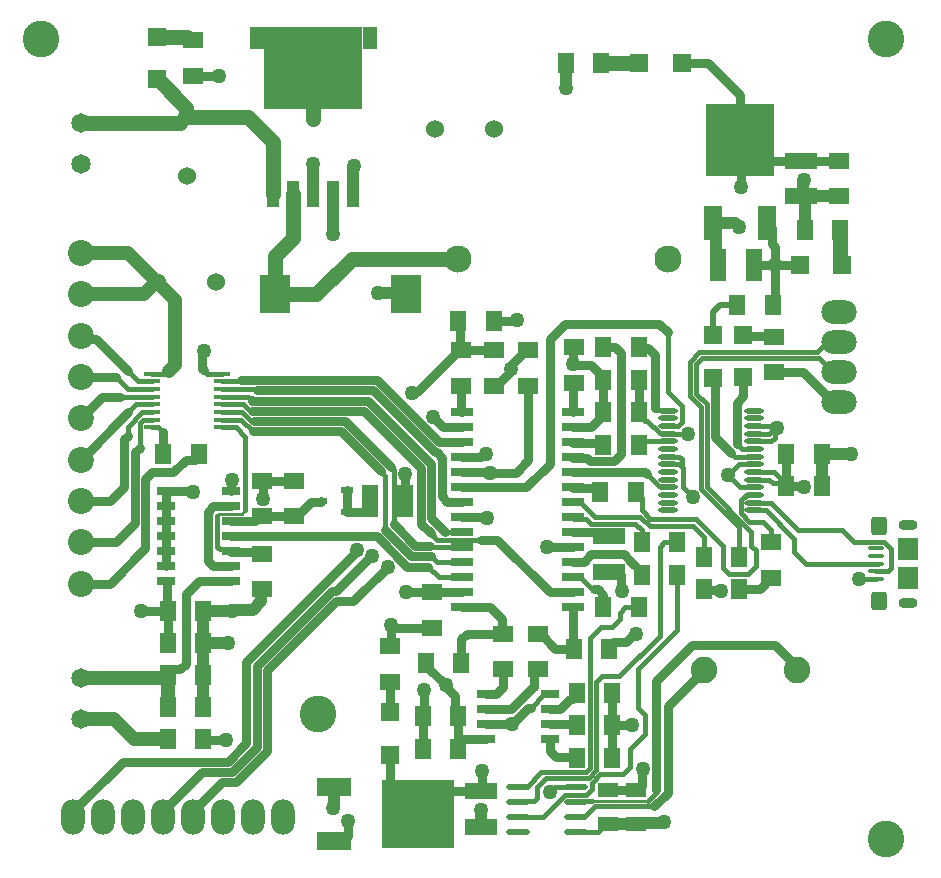
<source format=gtl>
G04*
G04 #@! TF.GenerationSoftware,Altium Limited,Altium Designer,21.1.1 (26)*
G04*
G04 Layer_Physical_Order=1*
G04 Layer_Color=255*
%FSLAX25Y25*%
%MOIN*%
G70*
G04*
G04 #@! TF.SameCoordinates,D135156B-8277-4391-89A8-FDCD94A43821*
G04*
G04*
G04 #@! TF.FilePolarity,Positive*
G04*
G01*
G75*
%ADD12C,0.01000*%
%ADD16C,0.02000*%
%ADD17R,0.06299X0.11811*%
%ADD18R,0.22835X0.24410*%
%ADD33R,0.24410X0.22835*%
%ADD34R,0.11811X0.06299*%
%ADD52R,0.05512X0.10630*%
%ADD53R,0.05906X0.06299*%
%ADD54R,0.07087X0.05512*%
%ADD55R,0.05512X0.07087*%
%ADD56R,0.10630X0.05512*%
%ADD57O,0.05315X0.01575*%
%ADD58R,0.07087X0.07480*%
G04:AMPARAMS|DCode=59|XSize=62.99mil|YSize=55.12mil|CornerRadius=13.78mil|HoleSize=0mil|Usage=FLASHONLY|Rotation=270.000|XOffset=0mil|YOffset=0mil|HoleType=Round|Shape=RoundedRectangle|*
%AMROUNDEDRECTD59*
21,1,0.06299,0.02756,0,0,270.0*
21,1,0.03543,0.05512,0,0,270.0*
1,1,0.02756,-0.01378,-0.01772*
1,1,0.02756,-0.01378,0.01772*
1,1,0.02756,0.01378,0.01772*
1,1,0.02756,0.01378,-0.01772*
%
%ADD59ROUNDEDRECTD59*%
%ADD60R,0.04134X0.02362*%
%ADD61R,0.04016X0.08504*%
%ADD62R,0.32795X0.27520*%
%ADD63R,0.04862X0.07520*%
%ADD64R,0.07284X0.02559*%
%ADD65R,0.07087X0.05118*%
%ADD66O,0.07795X0.02087*%
%ADD67R,0.06299X0.05906*%
%ADD68O,0.06496X0.01772*%
%ADD69R,0.06004X0.02559*%
%ADD70R,0.10236X0.12598*%
%ADD71R,0.06102X0.02756*%
%ADD72R,0.05807X0.01772*%
%ADD73C,0.05000*%
%ADD74C,0.01500*%
%ADD75C,0.03000*%
%ADD76C,0.04000*%
%ADD77C,0.04500*%
%ADD78O,0.11811X0.07874*%
%ADD79C,0.06496*%
%ADD80C,0.08858*%
%ADD81O,0.06299X0.03543*%
%ADD82C,0.06000*%
%ADD83C,0.08661*%
%ADD84C,0.12205*%
%ADD85O,0.07874X0.11811*%
%ADD86C,0.09055*%
%ADD87C,0.05000*%
D12*
X266289Y290501D02*
X267085Y291298D01*
X274467D01*
X275728Y292559D01*
X391379Y195740D02*
X410004D01*
D16*
X433996Y361063D02*
X439705D01*
X431732Y358799D02*
X433996Y361063D01*
X431732Y350925D02*
Y358799D01*
D17*
X449547Y388228D02*
D03*
X431555D02*
D03*
D18*
X440551Y416142D02*
D03*
D33*
X333366Y191378D02*
D03*
D34*
X305453Y200374D02*
D03*
Y182382D02*
D03*
D52*
X445217Y374449D02*
D03*
X433405D02*
D03*
X317264Y295709D02*
D03*
X329075D02*
D03*
D53*
X474744Y374449D02*
D03*
X460571D02*
D03*
X421201Y441772D02*
D03*
X407028D02*
D03*
D54*
X385177Y335079D02*
D03*
Y346890D02*
D03*
X370079Y345905D02*
D03*
Y334095D02*
D03*
X473563Y409094D02*
D03*
Y397284D02*
D03*
X347776Y334095D02*
D03*
Y345905D02*
D03*
X358602Y334095D02*
D03*
Y345905D02*
D03*
X451122Y281929D02*
D03*
Y270118D02*
D03*
X451909Y338622D02*
D03*
Y350433D02*
D03*
X337933Y265197D02*
D03*
Y253386D02*
D03*
X373366Y251417D02*
D03*
Y239606D02*
D03*
X361555Y251417D02*
D03*
Y239606D02*
D03*
X324016Y235433D02*
D03*
Y247244D02*
D03*
X258209Y449252D02*
D03*
Y437441D02*
D03*
X281437Y290591D02*
D03*
Y302402D02*
D03*
Y266181D02*
D03*
Y277992D02*
D03*
X292067Y290591D02*
D03*
Y302402D02*
D03*
D55*
X456043Y311457D02*
D03*
X467854D02*
D03*
X428484Y277008D02*
D03*
X440295D02*
D03*
X419626Y281929D02*
D03*
X407815D02*
D03*
X394035Y298661D02*
D03*
X405847D02*
D03*
X382618Y441772D02*
D03*
X394429D02*
D03*
X473957Y385866D02*
D03*
X462146D02*
D03*
X397972Y210079D02*
D03*
X386161D02*
D03*
X358602Y355748D02*
D03*
X346791D02*
D03*
X440295Y266181D02*
D03*
X428484D02*
D03*
X456043Y300630D02*
D03*
X467854D02*
D03*
X406831Y336063D02*
D03*
X395020D02*
D03*
X406831Y325236D02*
D03*
X395020D02*
D03*
Y260276D02*
D03*
X406831D02*
D03*
X407815Y271102D02*
D03*
X419626D02*
D03*
X439705Y361063D02*
D03*
X451516D02*
D03*
X406831Y346890D02*
D03*
X395020D02*
D03*
X406831Y314409D02*
D03*
X395020D02*
D03*
X346791Y213032D02*
D03*
X334980D02*
D03*
Y223858D02*
D03*
X346791D02*
D03*
X397972Y231732D02*
D03*
X386161D02*
D03*
X397972Y220905D02*
D03*
X386161D02*
D03*
X347776Y241575D02*
D03*
X335965D02*
D03*
X385177Y246496D02*
D03*
X396988D02*
D03*
X261752Y226972D02*
D03*
X249941D02*
D03*
Y259095D02*
D03*
X261752D02*
D03*
X249941Y248304D02*
D03*
X261752D02*
D03*
Y216181D02*
D03*
X249941D02*
D03*
Y237513D02*
D03*
X261752D02*
D03*
X260177Y311457D02*
D03*
X248366D02*
D03*
D56*
X396988Y283898D02*
D03*
Y272087D02*
D03*
X460965Y409094D02*
D03*
Y397284D02*
D03*
X354272Y198858D02*
D03*
Y187047D02*
D03*
D57*
X486122Y277362D02*
D03*
Y279921D02*
D03*
Y269685D02*
D03*
Y272244D02*
D03*
Y274803D02*
D03*
D58*
X496654Y270079D02*
D03*
Y279528D02*
D03*
D59*
X487008Y262205D02*
D03*
Y287402D02*
D03*
D60*
X301122Y295709D02*
D03*
X309784Y299449D02*
D03*
Y291968D02*
D03*
D61*
X284980Y398071D02*
D03*
X291673D02*
D03*
X298366D02*
D03*
X305059D02*
D03*
X311752D02*
D03*
D62*
X298366Y440098D02*
D03*
D63*
X317195Y450098D02*
D03*
X279537D02*
D03*
D64*
X348071Y325256D02*
D03*
Y320256D02*
D03*
Y315256D02*
D03*
Y310256D02*
D03*
Y305256D02*
D03*
Y300256D02*
D03*
Y295256D02*
D03*
Y290256D02*
D03*
Y285256D02*
D03*
Y280256D02*
D03*
Y275256D02*
D03*
Y270256D02*
D03*
Y265256D02*
D03*
Y260256D02*
D03*
X384882D02*
D03*
Y265256D02*
D03*
Y270256D02*
D03*
Y275256D02*
D03*
Y280256D02*
D03*
Y285256D02*
D03*
Y290256D02*
D03*
Y295256D02*
D03*
Y300256D02*
D03*
Y305256D02*
D03*
Y310256D02*
D03*
Y315256D02*
D03*
Y320256D02*
D03*
Y325256D02*
D03*
D65*
X405847Y188031D02*
D03*
Y199449D02*
D03*
X396693Y187933D02*
D03*
Y199350D02*
D03*
D66*
X386024Y185453D02*
D03*
Y190453D02*
D03*
Y195453D02*
D03*
Y200453D02*
D03*
X366614Y185453D02*
D03*
Y190453D02*
D03*
Y195453D02*
D03*
Y200453D02*
D03*
D67*
X441772Y351024D02*
D03*
Y336850D02*
D03*
X431732Y350925D02*
D03*
Y336752D02*
D03*
X324016Y225197D02*
D03*
Y211024D02*
D03*
X246398Y436260D02*
D03*
Y450433D02*
D03*
D68*
X445217Y292559D02*
D03*
Y295118D02*
D03*
Y297677D02*
D03*
Y300236D02*
D03*
Y302795D02*
D03*
Y305354D02*
D03*
Y307913D02*
D03*
Y310472D02*
D03*
Y313032D02*
D03*
Y315591D02*
D03*
Y318150D02*
D03*
Y320709D02*
D03*
Y323268D02*
D03*
Y325827D02*
D03*
X416673Y292559D02*
D03*
Y295118D02*
D03*
Y297677D02*
D03*
Y300236D02*
D03*
Y302795D02*
D03*
Y305354D02*
D03*
Y307913D02*
D03*
Y310472D02*
D03*
Y313032D02*
D03*
Y315591D02*
D03*
Y318150D02*
D03*
Y320709D02*
D03*
Y323268D02*
D03*
Y325827D02*
D03*
D69*
X377153Y216358D02*
D03*
Y221358D02*
D03*
Y226358D02*
D03*
Y231358D02*
D03*
X355799D02*
D03*
Y226358D02*
D03*
Y221358D02*
D03*
Y216358D02*
D03*
D70*
X329272Y364606D02*
D03*
X285571D02*
D03*
D71*
X249449Y268898D02*
D03*
Y273898D02*
D03*
Y278898D02*
D03*
Y283898D02*
D03*
Y288898D02*
D03*
Y293898D02*
D03*
Y298898D02*
D03*
X270905D02*
D03*
Y293898D02*
D03*
Y288898D02*
D03*
Y283898D02*
D03*
Y278898D02*
D03*
Y273898D02*
D03*
Y268898D02*
D03*
D72*
X267807Y320216D02*
D03*
Y322776D02*
D03*
Y325335D02*
D03*
Y327894D02*
D03*
Y330453D02*
D03*
Y333012D02*
D03*
Y335571D02*
D03*
Y338130D02*
D03*
X244673D02*
D03*
Y335571D02*
D03*
Y333012D02*
D03*
Y330453D02*
D03*
Y327894D02*
D03*
Y325335D02*
D03*
Y322776D02*
D03*
Y320216D02*
D03*
D73*
X298425Y422835D02*
Y440039D01*
X298366Y440098D02*
X298425Y440039D01*
X473957Y375433D02*
X474744Y374646D01*
Y374449D02*
Y374646D01*
X473957Y375433D02*
Y385866D01*
X394429Y441772D02*
X407028D01*
X285571Y364606D02*
X299350D01*
X311161Y376417D02*
X346791D01*
X299350Y364606D02*
X311161Y376417D01*
X285571Y364606D02*
Y377205D01*
X291673Y383307D01*
Y398071D01*
X256240Y450433D02*
X257421Y449252D01*
X258209D01*
X246398Y450433D02*
X256240D01*
X246595Y436260D02*
X256049Y426805D01*
Y423853D02*
Y426805D01*
Y423853D02*
X256240Y423661D01*
X246398Y436260D02*
X246595D01*
X284980Y398071D02*
Y415394D01*
X276713Y423661D02*
X284980Y415394D01*
X256240Y423661D02*
X276713D01*
X220807Y421693D02*
X254001D01*
D74*
X486136Y272258D02*
X489975D01*
X486122Y272244D02*
X486136Y272258D01*
X490945Y273228D02*
Y279708D01*
X489975Y272258D02*
X490945Y273228D01*
X488724Y281929D02*
X490945Y279708D01*
X478646Y281929D02*
X488724D01*
X474709Y285866D02*
X478646Y281929D01*
X458602Y278799D02*
Y283110D01*
X462598Y274803D02*
X486604D01*
X458602Y278799D02*
X462598Y274803D01*
X449154Y292559D02*
X458602Y283110D01*
X424016Y330709D02*
X427628Y327097D01*
Y299533D02*
X440295Y286865D01*
X427628Y299533D02*
Y327097D01*
X429528Y300320D02*
X444429Y285418D01*
X425916Y331496D02*
X429528Y327884D01*
Y300320D02*
Y327884D01*
X425916Y331496D02*
Y341339D01*
X427893Y343317D02*
X467018D01*
X425916Y341339D02*
X427893Y343317D01*
X424016Y330709D02*
Y342126D01*
X427106Y345216D02*
X466346D01*
X424016Y342126D02*
X427106Y345216D01*
X423209Y318130D02*
X423228Y318110D01*
X416673Y318150D02*
X416693Y318130D01*
X423209D01*
X413865Y318202D02*
X416621D01*
X406831Y324449D02*
X408837Y322443D01*
X416621Y318202D02*
X416673Y318150D01*
X409624Y322443D02*
X413865Y318202D01*
X408837Y322443D02*
X409624D01*
X406831Y324449D02*
Y325236D01*
X480202Y269671D02*
X486108D01*
X486122Y269685D01*
X480177Y269646D02*
X480202Y269671D01*
X393228Y185453D02*
X395709Y187933D01*
X386024Y185453D02*
X393228D01*
X395709Y187933D02*
X396693D01*
X377165Y198819D02*
X378799Y200453D01*
X386024D01*
X375926Y203485D02*
X390181D01*
X372835Y200394D02*
X375926Y203485D01*
X372835Y196602D02*
Y200394D01*
X366614Y195453D02*
X366726Y195565D01*
X369995D02*
X370154Y195724D01*
X371956D02*
X372835Y196602D01*
X370154Y195724D02*
X371956D01*
X366726Y195565D02*
X369995D01*
X401575Y204724D02*
X403937Y207087D01*
X394107Y204724D02*
X401575D01*
X391164Y201782D02*
X394107Y204724D01*
X403937Y212992D02*
X409055Y218110D01*
X406693Y226772D02*
X409055Y224410D01*
Y218110D02*
Y224410D01*
X406693Y226772D02*
Y239764D01*
X403937Y207087D02*
Y212992D01*
X406693Y239764D02*
X419626Y252697D01*
X261811Y339370D02*
X263051Y338130D01*
X267807D01*
X370866Y226772D02*
Y226793D01*
X375431Y231358D01*
X377153D01*
X424803Y296850D02*
Y297427D01*
X421733Y300497D02*
Y306614D01*
Y300497D02*
X424803Y297427D01*
X420381Y310420D02*
X421259Y309542D01*
Y307087D02*
Y309542D01*
X416725Y310420D02*
X420381D01*
X416673Y310472D02*
X416725Y310420D01*
X421259Y307087D02*
X421733Y306614D01*
X420485Y307861D02*
X421259Y307087D01*
X416673Y307913D02*
X416725Y307861D01*
X420485D01*
X440657Y300288D02*
X445165D01*
X436614Y304331D02*
X440657Y300288D01*
X445165D02*
X445217Y300236D01*
X440197Y307913D02*
X445217D01*
X436614Y304331D02*
X440197Y307913D01*
X455098Y301575D02*
X456043Y300630D01*
X451575Y301575D02*
X455098D01*
X445217Y302795D02*
X450354D01*
X451575Y301575D01*
X452106Y305354D02*
X456043Y301417D01*
X445217Y305354D02*
X452106D01*
X452152Y316653D02*
Y319423D01*
X445217Y315591D02*
X451090D01*
X452152Y319423D02*
X452822Y320092D01*
X451090Y315591D02*
X452152Y316653D01*
X450326Y318150D02*
X452269Y320092D01*
X445217Y318150D02*
X450326D01*
X452269Y320092D02*
X452822D01*
X452205Y320709D02*
X452822Y320092D01*
X445217Y320709D02*
X452205D01*
X407815Y281929D02*
Y285866D01*
X466346Y345216D02*
X469870Y348740D01*
X467018Y343317D02*
X471594Y338740D01*
X473563D01*
X469870Y348740D02*
X473563D01*
X440295Y277008D02*
Y286865D01*
X410768Y289803D02*
X425827D01*
X434833Y280797D01*
Y273415D02*
Y280797D01*
X443715Y288819D02*
X448169D01*
X440819Y291716D02*
X443715Y288819D01*
X444429Y280748D02*
Y285418D01*
X440819Y295961D02*
X442011Y297154D01*
X440819Y291716D02*
Y295961D01*
X442011Y297154D02*
X442258D01*
X442781Y297677D02*
X445217D01*
X442258Y297154D02*
X442781Y297677D01*
X444429Y280748D02*
X446004Y279173D01*
X443347Y271398D02*
X446004Y274055D01*
Y279173D01*
X436850Y271398D02*
X443347D01*
X434833Y273415D02*
X436850Y271398D01*
X410498Y287172D02*
X425112D01*
X428484Y277008D02*
Y283799D01*
X425112Y287172D02*
X428484Y283799D01*
X437638Y311653D02*
X438819Y310472D01*
X439508Y314803D02*
X441227Y313084D01*
X445165D01*
X445217Y313032D01*
X438819Y310472D02*
X445217D01*
X416526Y351959D02*
X416673Y351811D01*
Y331929D02*
Y351811D01*
X421201Y321935D02*
Y327402D01*
X416673Y331929D02*
X421201Y327402D01*
X420027Y320761D02*
X421201Y321935D01*
X416725Y320761D02*
X420027D01*
X416673Y320709D02*
X416725Y320761D01*
X406831Y345905D02*
X407421Y346496D01*
X412441Y326758D02*
X413320Y325879D01*
X416621D01*
X416673Y325827D01*
X419626Y252697D02*
Y271102D01*
X392687Y205992D02*
Y235404D01*
X390787Y206779D02*
Y250138D01*
X390181Y203485D02*
X392687Y205992D01*
X389394Y205385D02*
X390787Y206779D01*
X392687Y235404D02*
X394528Y237244D01*
X374401Y205385D02*
X389394D01*
X390787Y250138D02*
X394232Y253583D01*
X415394Y281929D02*
X419626D01*
X413819Y280354D02*
X415394Y281929D01*
X407332Y290338D02*
X410498Y287172D01*
X407852Y292719D02*
X410768Y289803D01*
X405847Y298661D02*
X407852Y296656D01*
Y292719D02*
Y296656D01*
X400236Y237244D02*
X413819Y250827D01*
Y280354D01*
X394528Y237244D02*
X400236D01*
X400531Y258405D02*
X402402Y260276D01*
X406831D01*
X400531Y256240D02*
Y258405D01*
X397874Y253583D02*
X400531Y256240D01*
X394232Y253583D02*
X397874D01*
X389173Y197646D02*
X391164Y199637D01*
X382261Y197646D02*
X389173D01*
X391164Y199637D02*
Y201782D01*
X375067Y190453D02*
X382261Y197646D01*
X366614Y190453D02*
X375067D01*
X369468Y200453D02*
X374401Y205385D01*
X366614Y200453D02*
X369468D01*
X267167Y279526D02*
X270278D01*
X266289Y280404D02*
Y290501D01*
Y280404D02*
X267167Y279526D01*
X270278D02*
X270905Y278898D01*
X274350Y322776D02*
X278189Y318937D01*
X277266Y325737D02*
X277824D01*
X275109Y327894D02*
X277266Y325737D01*
X267807Y325335D02*
X274478D01*
X277476Y322337D01*
X278537D01*
X267807Y322776D02*
X274350D01*
X267807Y327894D02*
X275109D01*
X275728Y292559D02*
Y316968D01*
X272480Y320216D02*
X275728Y316968D01*
X267807Y320216D02*
X272480D01*
X336752Y273661D02*
X340158Y270256D01*
X348071D01*
X410004Y195740D02*
X412694Y198430D01*
Y199491D01*
X388779Y190453D02*
X392166Y193840D01*
X386136Y195565D02*
X391205D01*
X386024Y195453D02*
X386136Y195565D01*
X391205D02*
X391379Y195740D01*
X392166Y193840D02*
X411852D01*
X386024Y190453D02*
X388779D01*
X445217Y292559D02*
X449154D01*
X445217Y292559D02*
X445217Y292559D01*
X448169Y288819D02*
X451122Y285866D01*
X450864Y295118D02*
X460115Y285866D01*
X474709D01*
X445217Y295118D02*
X450864D01*
X276530Y330453D02*
X277810Y329173D01*
X267807Y330453D02*
X276530D01*
X279085Y332921D02*
X279468Y332537D01*
X272761Y332921D02*
X279085D01*
X339685Y275256D02*
X348071D01*
X337736Y277205D02*
X339685Y275256D01*
X325159Y287898D02*
Y306066D01*
Y287898D02*
X325180Y287877D01*
X324224Y307000D02*
X325159Y306066D01*
X337343Y280748D02*
X337835Y280256D01*
X348071D01*
X339705Y282716D02*
X354272D01*
X337581Y284840D02*
X339705Y282716D01*
X322382Y285866D02*
Y303976D01*
X320836Y305522D02*
Y305580D01*
Y305522D02*
X322382Y303976D01*
X342147Y285476D02*
X347850D01*
X348071Y285256D01*
X267807Y333012D02*
X272670D01*
X272761Y332921D01*
X267807Y335571D02*
X273858D01*
X451122Y281929D02*
Y285866D01*
X392162Y290338D02*
X407332D01*
X387244Y295256D02*
X392162Y290338D01*
X384882Y295256D02*
X387244D01*
X405775Y287906D02*
X407815Y285866D01*
X391011Y287906D02*
X405775D01*
X389191Y289726D02*
X391011Y287906D01*
X385411Y289726D02*
X389191D01*
X384882Y290256D02*
X385411Y289726D01*
X384882Y270256D02*
X387244D01*
X391319Y266181D01*
X392067D01*
X413714Y300760D02*
X414237Y300236D01*
X413468Y300760D02*
X413714D01*
X409660Y304567D02*
X413468Y300760D01*
X414237Y300236D02*
X416673D01*
X408012Y315591D02*
X416673D01*
X406831Y314409D02*
X408012Y315591D01*
X244673Y320216D02*
X246691D01*
X248366Y318541D01*
X249449Y338130D02*
X250335Y339016D01*
X244673Y338130D02*
X249449D01*
X240000Y335571D02*
X244673D01*
X236555Y339016D02*
X240000Y335571D01*
X232618Y337047D02*
X236653Y333012D01*
X244673D01*
X233898Y330453D02*
X244673D01*
X236555Y325236D02*
X239213Y327894D01*
X244673D01*
X240492Y313425D02*
Y321593D01*
X241539Y322640D01*
X244537D01*
X236555Y317362D02*
Y320484D01*
X244537Y325199D02*
X244673Y325335D01*
X236555Y320484D02*
X241270Y325199D01*
X244537D01*
Y322640D02*
X244673Y322776D01*
D75*
X305881Y262209D02*
X311717D01*
X323169Y273661D01*
X282960Y239288D02*
X305881Y262209D01*
X428701Y265965D02*
X434035D01*
X434252Y265748D01*
X428484Y266181D02*
X428701Y265965D01*
X440551Y416142D02*
Y431102D01*
X421201Y441772D02*
X429882D01*
X440551Y431102D01*
X324016Y225197D02*
Y235433D01*
X406831Y325236D02*
Y336063D01*
X358681Y355827D02*
X366063D01*
X358602Y355748D02*
X358681Y355827D01*
X366063D02*
X366142Y355906D01*
X364556Y340146D02*
Y341170D01*
X364173Y339764D02*
X364556Y340146D01*
X369291Y345905D02*
X370079D01*
X364556Y341170D02*
X369291Y345905D01*
X359390Y334095D02*
X363791Y338495D01*
Y339381D02*
X364173Y339764D01*
X358602Y334095D02*
X359390D01*
X363791Y338495D02*
Y339381D01*
X440945Y415748D02*
X447598Y409094D01*
X440551Y416142D02*
X440945Y415748D01*
Y400394D02*
Y415748D01*
X451197Y381480D02*
Y386579D01*
Y381480D02*
X452362Y380315D01*
X449547Y388228D02*
X451197Y386579D01*
X452362Y374410D02*
Y380315D01*
X452382Y374429D02*
X460551D01*
X452362Y374410D02*
X452382Y374429D01*
X460551D02*
X460571Y374449D01*
X451516Y361063D02*
X452362Y361909D01*
Y374410D01*
X452323Y374449D02*
X452362Y374410D01*
X445217Y374449D02*
X452323D01*
X461713Y338622D02*
X471594Y328740D01*
X451909Y338622D02*
X461713D01*
X471594Y328740D02*
X473563D01*
X456043Y301417D02*
Y311457D01*
Y300630D02*
Y301417D01*
X461693Y300512D02*
X461811Y300394D01*
X456043Y300630D02*
X456161Y300512D01*
X461693D01*
X346791Y216929D02*
Y223858D01*
X347362Y216358D02*
X355799D01*
X346791Y216929D02*
X347362Y216358D01*
X345535Y225114D02*
Y230695D01*
X342520Y233711D02*
X345535Y230695D01*
X342520Y233711D02*
Y234252D01*
X345535Y225114D02*
X346791Y223858D01*
X342500Y234252D02*
X342520D01*
X335965Y240787D02*
Y241575D01*
Y240787D02*
X342500Y234252D01*
X337854Y265276D02*
X337933Y265197D01*
X329213Y265276D02*
X337854D01*
X329134Y265354D02*
X329213Y265276D01*
X396988Y247284D02*
X398244Y248539D01*
X402723D01*
X405364Y251181D01*
X396988Y246496D02*
Y247284D01*
X405364Y251181D02*
X405905D01*
X396742Y199400D02*
X405797D01*
X396693Y199350D02*
X396742Y199400D01*
X405797D02*
X405847Y199449D01*
X406752D01*
X407812Y200508D01*
Y205917D01*
X408194Y206299D01*
X354272Y198858D02*
X354724Y199311D01*
Y205512D01*
X305453Y182382D02*
X308193D01*
X309842Y184031D01*
Y188976D01*
X261772Y216161D02*
X269272D01*
X269291Y216142D01*
X261752Y216181D02*
X261772Y216161D01*
X240945Y259055D02*
X240984Y259095D01*
X249941D01*
X261417Y345276D02*
X261811Y345669D01*
X261417Y339764D02*
Y345276D01*
Y339764D02*
X261811Y339370D01*
X324016Y200728D02*
X333366Y191378D01*
X324016Y200728D02*
Y211024D01*
X364567Y221260D02*
X370079Y226772D01*
X370866D01*
X364469Y221358D02*
X364567Y221260D01*
X355799Y221358D02*
X364469D01*
X325896Y253386D02*
X337933D01*
X324951Y254331D02*
X325896Y253386D01*
X324410Y254331D02*
X324951D01*
X324213Y254134D02*
X324410Y254331D01*
X324016Y247244D02*
X324213Y247441D01*
Y254134D01*
X335207Y224085D02*
Y232451D01*
X334980Y223858D02*
X335207Y224085D01*
Y232451D02*
X335433Y232677D01*
X334980Y213032D02*
Y223858D01*
X397992Y220886D02*
X404537D01*
X397972Y220905D02*
X397992Y220886D01*
X404537D02*
X404557Y220866D01*
X397972Y220905D02*
Y231732D01*
Y210079D02*
Y220905D01*
X281467Y296376D02*
Y302372D01*
Y296376D02*
X281496Y296346D01*
X281437Y302402D02*
X281467Y302372D01*
X281437Y302402D02*
X292067D01*
X356201Y290256D02*
X356299Y290158D01*
X348071Y290256D02*
X356201D01*
X399547Y272087D02*
X400803Y270831D01*
Y266126D02*
Y270831D01*
Y266126D02*
X401181Y265748D01*
X396988Y272087D02*
X399547D01*
X376408Y280285D02*
X384852D01*
X376378Y280315D02*
X376408Y280285D01*
X384852D02*
X384882Y280256D01*
X390914Y340956D02*
X395020Y336850D01*
X385039Y341339D02*
X385422Y340956D01*
X395020Y336063D02*
Y336850D01*
X385422Y340956D02*
X390914D01*
X385108Y341407D02*
Y346821D01*
X385039Y341339D02*
X385108Y341407D01*
Y346821D02*
X385177Y346890D01*
X385030Y334931D02*
X385177Y335079D01*
X384882Y325256D02*
X385030Y325404D01*
Y334931D01*
X395020Y325236D02*
Y336063D01*
X385102Y320476D02*
X391047D01*
X395020Y324449D01*
Y325236D01*
X384882Y320256D02*
X385102Y320476D01*
X249449Y293898D02*
Y298898D01*
Y288898D02*
Y293898D01*
Y283898D02*
Y288898D01*
Y278898D02*
Y283898D01*
Y273898D02*
Y278898D01*
X249488Y298858D02*
X258228D01*
X258268Y298819D01*
X249449Y298898D02*
X249488Y298858D01*
X270905Y302402D02*
X271260Y302756D01*
X270905Y298898D02*
Y302402D01*
X266890Y437441D02*
X266929Y437402D01*
X258209Y437441D02*
X266890D01*
X447598Y409094D02*
X460965D01*
X357421Y305157D02*
X365959D01*
X370079Y309277D02*
Y334095D01*
X365959Y305157D02*
X370079Y309277D01*
X377165Y349705D02*
X382224Y354764D01*
X377165Y308155D02*
Y349705D01*
X369266Y300256D02*
X377165Y308155D01*
X348071Y310256D02*
X348291Y310476D01*
X338162Y323694D02*
X341600Y320256D01*
X348120Y305207D02*
X357372D01*
X348071Y305256D02*
X348120Y305207D01*
X348291Y310476D02*
X354325D01*
X355305Y311457D02*
X355847D01*
X354325Y310476D02*
X355305Y311457D01*
X357372Y305207D02*
X357421Y305157D01*
X341600Y320256D02*
X348071D01*
X333366Y191378D02*
X340846Y198858D01*
X354272D01*
X460965Y409094D02*
X473563D01*
X305915Y265609D02*
X317786Y277481D01*
X318088D01*
X304473Y265609D02*
X305915D01*
X279560Y213713D02*
Y240696D01*
X304473Y265609D01*
X329047Y304758D02*
X329075Y304730D01*
Y295709D02*
Y304730D01*
X333001Y331918D02*
X346988Y345905D01*
X331820Y331918D02*
X333001D01*
X331437Y331535D02*
X331820Y331918D01*
X346988Y345905D02*
X347776D01*
X312933Y278878D02*
Y279398D01*
X276122Y242067D02*
X312933Y278878D01*
X315330Y325737D02*
X334336Y306731D01*
X277824Y325737D02*
X315330D01*
X334336Y288001D02*
Y306731D01*
X277846Y329137D02*
X316739D01*
X337736Y289887D02*
Y308139D01*
X316739Y329137D02*
X337736Y308139D01*
X318147Y332537D02*
X338828Y311856D01*
X339522D02*
X341280Y310099D01*
X279468Y332537D02*
X318147D01*
X341280Y297234D02*
Y310099D01*
X338828Y311856D02*
X339522D01*
X340236Y315256D02*
X348071D01*
X319555Y335937D02*
X340236Y315256D01*
X274224Y335937D02*
X319555D01*
X268042Y201999D02*
X272654D01*
X282960Y212305D02*
Y239288D01*
X258209Y192165D02*
X268042Y201999D01*
X272654D02*
X282960Y212305D01*
X258209Y190197D02*
Y192165D01*
X271246Y205399D02*
X279560Y213713D01*
X269837Y208799D02*
X276122Y215084D01*
Y242067D01*
X234842Y208799D02*
X269837D01*
X218209Y192165D02*
X234842Y208799D01*
X261442Y205399D02*
X271246D01*
X248209Y190197D02*
Y192165D01*
X261442Y205399D01*
X218209Y190197D02*
Y192165D01*
X451614Y350728D02*
X451909Y350433D01*
X441772Y351024D02*
X442067Y350728D01*
X451614D01*
X439508Y314803D02*
Y328287D01*
X432421Y316870D02*
X437638Y311653D01*
X432421Y316870D02*
Y336063D01*
X431732Y336752D02*
X432421Y336063D01*
X441772Y330551D02*
Y336850D01*
X439508Y328287D02*
X441772Y330551D01*
X410079Y346791D02*
X412441Y344429D01*
X406929Y346791D02*
X410079D01*
X406831Y346890D02*
X406929Y346791D01*
X412441Y326758D02*
Y344429D01*
X413721Y354764D02*
X416526Y351959D01*
X452303Y247677D02*
X453483Y246497D01*
X412694Y235627D02*
X424744Y247677D01*
X459587Y239213D02*
Y240394D01*
X424744Y247677D02*
X452303D01*
X453483Y246497D02*
X459587Y240394D01*
X374153Y251417D02*
X379075Y246496D01*
X385030Y246644D02*
Y260108D01*
X379075Y246496D02*
X385177D01*
X385177Y246496D01*
X373366Y251417D02*
X374153D01*
X379272Y210374D02*
X385866D01*
X377181Y216358D02*
X377402Y216138D01*
X385866Y210374D02*
X386161Y210079D01*
X377402Y212244D02*
Y216138D01*
X377153Y216358D02*
X377181D01*
X377402Y212244D02*
X379272Y210374D01*
X263327Y275777D02*
Y292140D01*
Y275777D02*
X265084Y274020D01*
X263327Y292140D02*
X265084Y293898D01*
Y274020D02*
X270783D01*
X265084Y293898D02*
X270905D01*
X307479Y318937D02*
X320836Y305580D01*
X278189Y318937D02*
X307479D01*
X277824Y325737D02*
X277824Y325737D01*
X278537Y322337D02*
X308888D01*
X270783Y274020D02*
X270905Y273898D01*
Y288898D02*
X278957D01*
X280650Y290591D02*
X281437D01*
X292067D01*
X278957Y288898D02*
X280650Y290591D01*
X319542Y283898D02*
X329778Y273661D01*
X336752D01*
X322382Y285866D02*
X331043Y277205D01*
X337736D01*
X348041Y265226D02*
X348071Y265256D01*
X337933Y265197D02*
X337963Y265226D01*
X348041D01*
X361457Y251319D02*
X361555Y251417D01*
X349533Y251319D02*
X361457D01*
X347776Y249562D02*
X349533Y251319D01*
X347776Y241575D02*
Y249562D01*
X361260Y251713D02*
X361555Y251417D01*
X361260Y251713D02*
Y256437D01*
X348071Y260256D02*
X357441D01*
X361260Y256437D01*
X377193Y221398D02*
X385669D01*
X377153Y221358D02*
X377193Y221398D01*
X385669D02*
X386161Y220905D01*
X383921Y229689D02*
X384906D01*
X377153Y226358D02*
X380591D01*
X383921Y229689D01*
X386161Y230945D02*
Y231732D01*
X384906Y229689D02*
X386161Y230945D01*
X347996Y325256D02*
X348071D01*
X347776Y325476D02*
Y334095D01*
Y325476D02*
X347996Y325256D01*
X347776Y345905D02*
X358602D01*
X347284Y346398D02*
Y355256D01*
Y346398D02*
X347776Y345905D01*
X346791Y355748D02*
X347284Y355256D01*
X441083Y351024D02*
X441181Y350925D01*
X371890Y238350D02*
X373146Y239606D01*
X373366D01*
X371890Y233701D02*
Y238350D01*
X371791Y233701D02*
X371890D01*
X364449Y226358D02*
X371791Y233701D01*
X355799Y226358D02*
X364449D01*
X361555Y233799D02*
Y239606D01*
X359193Y231437D02*
X361555Y233799D01*
X355878Y231437D02*
X359193D01*
X355799Y231358D02*
X355878Y231437D01*
X416476Y227205D02*
X428484Y239213D01*
X412694Y199491D02*
Y235627D01*
X411852Y193840D02*
X416476Y198465D01*
Y227205D01*
X308888Y322337D02*
X324224Y307000D01*
X277810Y329173D02*
X277846Y329137D01*
X332308Y280748D02*
X337343D01*
X325180Y287877D02*
X332308Y280748D01*
X377244Y265256D02*
X384882D01*
X359784Y282716D02*
X377244Y265256D01*
X354272Y282716D02*
X359784D01*
X337736Y289887D02*
X342147Y285476D01*
X334336Y288001D02*
X337497Y284840D01*
X337497Y284840D02*
X337581D01*
X341280Y297234D02*
X343037Y295476D01*
X347850D01*
X348071Y295256D01*
Y300256D02*
X369266D01*
X382224Y354764D02*
X413721D01*
X449079Y268075D02*
Y268862D01*
X440295Y266181D02*
X447185D01*
X450335Y270118D02*
X451122D01*
X449079Y268862D02*
X450335Y270118D01*
X447185Y266181D02*
X449079Y268075D01*
X395020Y346890D02*
X398957D01*
X400925Y344921D01*
Y311329D02*
Y344921D01*
X394035Y298661D02*
Y298780D01*
Y297874D02*
Y298661D01*
X385102Y300036D02*
X392779D01*
X394035Y298780D01*
X384882Y300256D02*
X385102Y300036D01*
X406559Y283185D02*
X407815Y281929D01*
X394429Y283898D02*
X396988D01*
X393071Y285256D02*
X394429Y283898D01*
X384882Y285256D02*
X393071D01*
X404438Y275267D02*
X407815Y271890D01*
X404438Y275267D02*
Y275395D01*
X407815Y271102D02*
Y271890D01*
X401840Y277992D02*
X404438Y275395D01*
X391083Y277992D02*
X401840D01*
X388567Y275476D02*
X391083Y277992D01*
X384882Y275256D02*
X385102Y275476D01*
X388567D01*
X395020Y260276D02*
X395020Y260276D01*
X395020Y260276D02*
Y264424D01*
X393262Y266181D02*
X395020Y264424D01*
X392067Y266181D02*
X393262D01*
X384882Y260256D02*
X385030Y260108D01*
Y246644D02*
X385177Y246496D01*
X406831Y272087D02*
X407815Y271102D01*
X384882Y305256D02*
X408971D01*
X409660Y304567D01*
X385102Y315036D02*
X394394D01*
X395020Y314409D01*
X384882Y315256D02*
X385102Y315036D01*
X390620Y308966D02*
X398563D01*
X400925Y311329D01*
X389551Y310035D02*
X390620Y308966D01*
X384882Y310256D02*
X385102Y310035D01*
X389551D01*
X270905Y283898D02*
X319542D01*
X309784Y291968D02*
Y299449D01*
X316008Y291968D02*
X317264Y293224D01*
X309784Y291968D02*
X316008D01*
X317264Y293224D02*
Y295709D01*
X297654Y295390D02*
X300803D01*
X301122Y295709D01*
X292067Y290591D02*
X292854D01*
X297654Y295390D01*
X271028Y278776D02*
X280654D01*
X281437Y277992D01*
X270905Y278898D02*
X271028Y278776D01*
X249941Y238300D02*
X251197Y239556D01*
X254089D01*
X255847Y241313D01*
Y264606D02*
X260138Y268898D01*
X255847Y241313D02*
Y264606D01*
X249941Y237513D02*
Y238300D01*
X260138Y268898D02*
X270905D01*
X249941Y248304D02*
Y259095D01*
X249573Y268898D02*
X249695Y268776D01*
Y259341D02*
Y268776D01*
Y259341D02*
X249941Y259095D01*
X249449Y268898D02*
X249573D01*
X251656Y305194D02*
X255875Y309413D01*
X258921D02*
X260177Y310669D01*
X244550Y305194D02*
X251656D01*
X255875Y309413D02*
X258921D01*
X220807Y268150D02*
X230650D01*
X238929Y288240D02*
Y311862D01*
X232618Y281929D02*
X238929Y288240D01*
X242429Y279929D02*
Y303073D01*
X238929Y311862D02*
X240492Y313425D01*
X230650Y268150D02*
X242429Y279929D01*
X235429Y316236D02*
X236555Y317362D01*
X230650Y295709D02*
X235429Y300488D01*
Y316236D01*
X260177Y310669D02*
Y311457D01*
X242429Y303073D02*
X244550Y305194D01*
X220807Y281929D02*
X232618D01*
X220807Y295709D02*
X230650D01*
X248366Y311457D02*
Y318541D01*
X221890Y349744D02*
X225827D01*
X220807Y350827D02*
X221890Y349744D01*
X225827D02*
X236555Y339016D01*
X220807Y337047D02*
X232618D01*
X220807Y323268D02*
X227992Y330453D01*
X233898D01*
X220807Y309488D02*
X236555Y325236D01*
D76*
X328917Y364961D02*
X329272Y364606D01*
X320079Y364961D02*
X328917D01*
X305059Y398071D02*
X305067Y398063D01*
Y384697D02*
Y398063D01*
Y384697D02*
X305118Y384646D01*
X271260Y259055D02*
X271451Y259246D01*
X278144D01*
X281102Y262205D01*
Y265846D01*
X281437Y266181D01*
X261752Y259095D02*
X261772Y259075D01*
X271240D01*
X271260Y259055D01*
X460965Y397284D02*
X461620Y397939D01*
Y402565D01*
X461811Y402756D01*
X461390Y397284D02*
X473563D01*
X462146Y385866D02*
Y396528D01*
X461390Y397284D02*
X462146Y396528D01*
X460965Y397284D02*
X461390D01*
X439106Y388228D02*
X440295Y387039D01*
X431555Y388228D02*
X439106D01*
X432650Y375205D02*
Y387134D01*
X431555Y388228D02*
X432650Y387134D01*
Y375205D02*
X433405Y374449D01*
X477520Y311457D02*
X477559Y311417D01*
X467854Y311457D02*
X477520D01*
X467854Y300630D02*
Y311457D01*
X405847Y188031D02*
X406206Y188391D01*
X415163D01*
X415354Y188583D01*
X396693Y187933D02*
X396742Y187982D01*
X405797D01*
X405847Y188031D01*
X354301Y187077D02*
Y192490D01*
X354272Y187047D02*
X354301Y187077D01*
Y192490D02*
X354331Y192520D01*
X305285Y193474D02*
Y200207D01*
X305118Y193307D02*
X305285Y193474D01*
Y200207D02*
X305453Y200374D01*
X270018Y248364D02*
X270079Y248425D01*
X261752Y248304D02*
X261813Y248364D01*
X270018D01*
X261752Y248304D02*
Y259095D01*
Y237513D02*
Y248304D01*
Y226972D02*
Y237513D01*
X382648Y433494D02*
X382677Y433465D01*
X382618Y441772D02*
X382648Y441742D01*
Y433494D02*
Y441742D01*
X311760Y398079D02*
Y407429D01*
X311752Y398071D02*
X311760Y398079D01*
Y407429D02*
X311811Y407480D01*
X298366Y407815D02*
X298425Y407874D01*
X298366Y398071D02*
Y407815D01*
D77*
X238738Y216181D02*
X249941D01*
X232045Y222874D02*
X238738Y216181D01*
X220807Y222874D02*
X232045D01*
X249941Y237159D02*
Y237513D01*
Y226972D02*
Y237159D01*
X249435Y236653D02*
X249941Y237159D01*
X220807Y236653D02*
X249435D01*
X236555Y378386D02*
X246398Y368543D01*
X220807Y378386D02*
X236555D01*
X220807Y364606D02*
X242055D01*
X220807Y364606D02*
X220807Y364606D01*
X245992Y368543D02*
X246398D01*
X242055Y364606D02*
X245992Y368543D01*
X246398D02*
X252303Y362638D01*
X246398Y368543D02*
X246398D01*
X252303Y340984D02*
Y362638D01*
X250335Y339016D02*
X252303Y340984D01*
D78*
X473563Y348740D02*
D03*
Y328740D02*
D03*
Y358740D02*
D03*
Y338740D02*
D03*
D79*
X220807Y222874D02*
D03*
Y236653D02*
D03*
Y421693D02*
D03*
Y407913D02*
D03*
D80*
X428484Y239213D02*
D03*
X459587D02*
D03*
D81*
X496654Y261811D02*
D03*
Y287795D02*
D03*
D82*
X358602Y419724D02*
D03*
X338917D02*
D03*
X246398Y368543D02*
D03*
X266083D02*
D03*
X256240Y423661D02*
D03*
Y403976D02*
D03*
D83*
X220807Y378386D02*
D03*
Y364606D02*
D03*
Y350827D02*
D03*
Y337047D02*
D03*
Y323268D02*
D03*
Y309488D02*
D03*
Y295709D02*
D03*
Y281929D02*
D03*
Y268150D02*
D03*
D84*
X300000Y224803D02*
D03*
X489370Y449606D02*
D03*
X207538D02*
D03*
X489370Y183071D02*
D03*
D85*
X268209Y190197D02*
D03*
X258209D02*
D03*
X248209D02*
D03*
X228209D02*
D03*
X288209D02*
D03*
X218209D02*
D03*
X238209D02*
D03*
X278209D02*
D03*
D86*
X346791Y376417D02*
D03*
X416516D02*
D03*
D87*
X298425Y422835D02*
D03*
X434252Y265748D02*
D03*
X423228Y318110D02*
D03*
X366142Y355906D02*
D03*
X364173Y339764D02*
D03*
X440945Y400394D02*
D03*
X452362Y374410D02*
D03*
X461811Y300394D02*
D03*
X480177Y269646D02*
D03*
X342520Y234252D02*
D03*
X329134Y265354D02*
D03*
X405905Y251181D02*
D03*
X377165Y198819D02*
D03*
X408194Y206299D02*
D03*
X354724Y205512D02*
D03*
X309842Y188976D02*
D03*
X269291Y216142D02*
D03*
X240945Y259055D02*
D03*
X320079Y364961D02*
D03*
X305118Y384646D02*
D03*
X271260Y259055D02*
D03*
X261811Y345669D02*
D03*
X364567Y221260D02*
D03*
X324410Y254331D02*
D03*
X335433Y232677D02*
D03*
X404557Y220866D02*
D03*
X281496Y296346D02*
D03*
X356299Y290158D02*
D03*
X401181Y265748D02*
D03*
X376378Y280315D02*
D03*
X385039Y341339D02*
D03*
X424803Y296850D02*
D03*
X436614Y304331D02*
D03*
X452822Y320092D02*
D03*
X461811Y402756D02*
D03*
X440295Y387039D02*
D03*
X477559Y311417D02*
D03*
X415354Y188583D02*
D03*
X354331Y192520D02*
D03*
X305118Y193307D02*
D03*
X270079Y248425D02*
D03*
X258268Y298819D02*
D03*
X271260Y302756D02*
D03*
X382677Y433465D02*
D03*
X311811Y407480D02*
D03*
X298425Y407874D02*
D03*
X266929Y437402D02*
D03*
X357421Y305157D02*
D03*
X355847Y311457D02*
D03*
X338162Y323694D02*
D03*
X318088Y277481D02*
D03*
X323169Y273661D02*
D03*
X329047Y304758D02*
D03*
X331437Y331535D02*
D03*
X312933Y279398D02*
D03*
M02*

</source>
